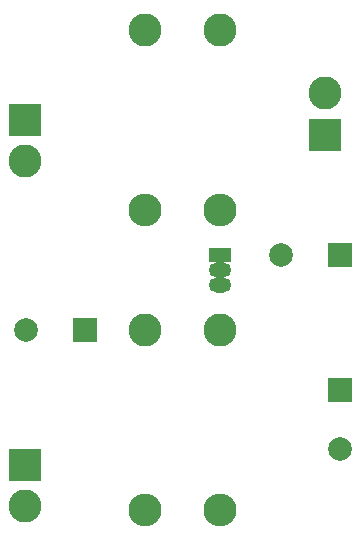
<source format=gbr>
G04 #@! TF.FileFunction,Soldermask,Top*
%FSLAX46Y46*%
G04 Gerber Fmt 4.6, Leading zero omitted, Abs format (unit mm)*
G04 Created by KiCad (PCBNEW 4.0.5) date 05/18/17 11:07:14*
%MOMM*%
%LPD*%
G01*
G04 APERTURE LIST*
%ADD10C,0.100000*%
%ADD11R,2.000000X2.000000*%
%ADD12C,2.000000*%
%ADD13C,2.800000*%
%ADD14R,2.800000X2.800000*%
%ADD15O,1.900000X1.300000*%
%ADD16R,1.900000X1.300000*%
%ADD17O,2.800000X2.800000*%
G04 APERTURE END LIST*
D10*
D11*
X74930000Y-76200000D03*
D12*
X69930000Y-76200000D03*
D11*
X96520000Y-81280000D03*
D12*
X96520000Y-86280000D03*
D11*
X96520000Y-69850000D03*
D12*
X91520000Y-69850000D03*
D13*
X69850000Y-91130000D03*
D14*
X69850000Y-87630000D03*
D13*
X95250000Y-56190000D03*
D14*
X95250000Y-59690000D03*
D13*
X69850000Y-61920000D03*
D14*
X69850000Y-58420000D03*
D15*
X86360000Y-71120000D03*
X86360000Y-72390000D03*
D16*
X86360000Y-69850000D03*
D13*
X80010000Y-50800000D03*
D17*
X80010000Y-66040000D03*
D13*
X80010000Y-76200000D03*
D17*
X80010000Y-91440000D03*
D13*
X86360000Y-50800000D03*
D17*
X86360000Y-66040000D03*
D13*
X86360000Y-76200000D03*
D17*
X86360000Y-91440000D03*
M02*

</source>
